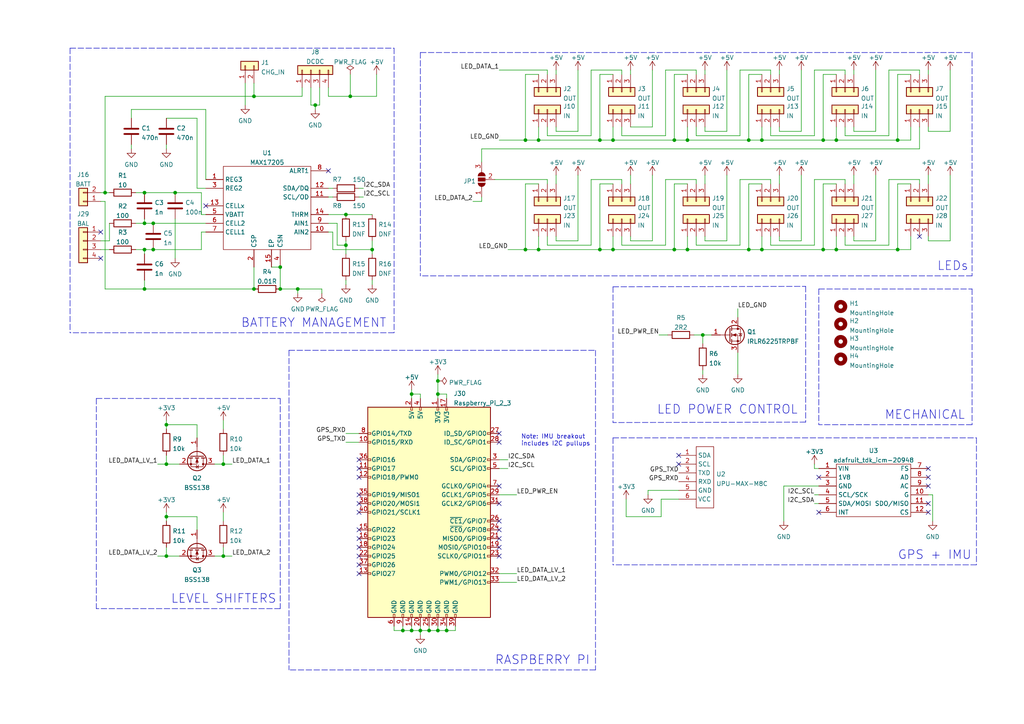
<source format=kicad_sch>
(kicad_sch (version 20211123) (generator eeschema)
  (paper "A4")
  (title_block (title "Isopod distro") (company "David Turner"))
  (lib_symbols
    (symbol "Connector:Raspberry_Pi_2_3" (pin_names (offset 1.016))
      (property "Reference" "J" (at -17.78 31.75 0))
      (property "Value" "Raspberry_Pi_2_3" (at 10.16 -31.75 0))
      (symbol "Raspberry_Pi_2_3_1_1"
        (pin power_in line (at 2.54 33.02 270) (length 2.54) (name "3V3") (number "1"))
        (pin bidirectional line (at -20.32 20.32 0) (length 2.54) (name "GPIO15/RXD") (number "10"))
        (pin bidirectional line (at -20.32 12.7 0) (length 2.54) (name "GPIO17") (number "11"))
        (pin bidirectional line (at -20.32 10.16 0) (length 2.54) (name "GPIO18/PWM0") (number "12"))
        (pin bidirectional line (at -20.32 -17.78 0) (length 2.54) (name "GPIO27") (number "13"))
        (pin power_in line (at -5.08 -33.02 90) (length 2.54) (name "GND") (number "14"))
        (pin bidirectional line (at -20.32 -5.08 0) (length 2.54) (name "GPIO22") (number "15"))
        (pin bidirectional line (at -20.32 -7.62 0) (length 2.54) (name "GPIO23") (number "16"))
        (pin power_in line (at 5.08 33.02 270) (length 2.54) (name "3V3") (number "17"))
        (pin bidirectional line (at -20.32 -10.16 0) (length 2.54) (name "GPIO24") (number "18"))
        (pin bidirectional line (at 20.32 -10.16 180) (length 2.54) (name "MOSI0/GPIO10") (number "19"))
        (pin power_in line (at -5.08 33.02 270) (length 2.54) (name "5V") (number "2"))
        (pin power_in line (at -2.54 -33.02 90) (length 2.54) (name "GND") (number "20"))
        (pin bidirectional line (at 20.32 -7.62 180) (length 2.54) (name "MISO0/GPIO9") (number "21"))
        (pin bidirectional line (at -20.32 -12.7 0) (length 2.54) (name "GPIO25") (number "22"))
        (pin bidirectional line (at 20.32 -12.7 180) (length 2.54) (name "SCLK0/GPIO11") (number "23"))
        (pin bidirectional line (at 20.32 -5.08 180) (length 2.54) (name "~{CE0}/GPIO8") (number "24"))
        (pin power_in line (at 0 -33.02 90) (length 2.54) (name "GND") (number "25"))
        (pin bidirectional line (at 20.32 -2.54 180) (length 2.54) (name "~{CE1}/GPIO7") (number "26"))
        (pin bidirectional line (at 20.32 22.86 180) (length 2.54) (name "ID_SD/GPIO0") (number "27"))
        (pin bidirectional line (at 20.32 20.32 180) (length 2.54) (name "ID_SC/GPIO1") (number "28"))
        (pin bidirectional line (at 20.32 5.08 180) (length 2.54) (name "GCLK1/GPIO5") (number "29"))
        (pin bidirectional line (at 20.32 15.24 180) (length 2.54) (name "SDA/GPIO2") (number "3"))
        (pin power_in line (at 2.54 -33.02 90) (length 2.54) (name "GND") (number "30"))
        (pin bidirectional line (at 20.32 2.54 180) (length 2.54) (name "GCLK2/GPIO6") (number "31"))
        (pin bidirectional line (at 20.32 -17.78 180) (length 2.54) (name "PWM0/GPIO12") (number "32"))
        (pin bidirectional line (at 20.32 -20.32 180) (length 2.54) (name "PWM1/GPIO13") (number "33"))
        (pin power_in line (at 5.08 -33.02 90) (length 2.54) (name "GND") (number "34"))
        (pin bidirectional line (at -20.32 5.08 0) (length 2.54) (name "GPIO19/MISO1") (number "35"))
        (pin bidirectional line (at -20.32 15.24 0) (length 2.54) (name "GPIO16") (number "36"))
        (pin bidirectional line (at -20.32 -15.24 0) (length 2.54) (name "GPIO26") (number "37"))
        (pin bidirectional line (at -20.32 2.54 0) (length 2.54) (name "GPIO20/MOSI1") (number "38"))
        (pin power_in line (at 7.62 -33.02 90) (length 2.54) (name "GND") (number "39"))
        (pin power_in line (at -2.54 33.02 270) (length 2.54) (name "5V") (number "4"))
        (pin bidirectional line (at -20.32 0 0) (length 2.54) (name "GPIO21/SCLK1") (number "40"))
        (pin bidirectional line (at 20.32 12.7 180) (length 2.54) (name "SCL/GPIO3") (number "5"))
        (pin power_in line (at -10.16 -33.02 90) (length 2.54) (name "GND") (number "6"))
        (pin bidirectional line (at 20.32 7.62 180) (length 2.54) (name "GCLK0/GPIO4") (number "7"))
        (pin bidirectional line (at -20.32 22.86 0) (length 2.54) (name "GPIO14/TXD") (number "8"))
        (pin power_in line (at -7.62 -33.02 90) (length 2.54) (name "GND") (number "9"))
      )
    )
    (symbol "Connector_Generic:Conn_01x02" (pin_names (offset 1.016) hide)
      (property "Reference" "J" (at 0 2.54 0))
      (property "Value" "Conn_01x02" (at 0 -5.08 0))
      (symbol "Conn_01x02_1_1"
        (pin passive line (at -5.08 0 0) (length 3.81) (name "Pin_1") (number "1"))
        (pin passive line (at -5.08 -2.54 0) (length 3.81) (name "Pin_2") (number "2"))
      )
    )
    (symbol "Connector_Generic:Conn_01x03" (pin_names (offset 1.016) hide)
      (property "Reference" "J" (at 0 5.08 0))
      (property "Value" "Conn_01x03" (at 0 -5.08 0))
      (symbol "Conn_01x03_1_1"
        (pin passive line (at -5.08 2.54 0) (length 3.81) (name "Pin_1") (number "1"))
        (pin passive line (at -5.08 0 0) (length 3.81) (name "Pin_2") (number "2"))
        (pin passive line (at -5.08 -2.54 0) (length 3.81) (name "Pin_3") (number "3"))
      )
    )
    (symbol "Connector_Generic:Conn_01x04" (pin_names (offset 1.016) hide)
      (property "Reference" "J" (at 0 5.08 0))
      (property "Value" "Conn_01x04" (at 0 -7.62 0))
      (symbol "Conn_01x04_1_1"
        (pin passive line (at -5.08 2.54 0) (length 3.81) (name "Pin_1") (number "1"))
        (pin passive line (at -5.08 0 0) (length 3.81) (name "Pin_2") (number "2"))
        (pin passive line (at -5.08 -2.54 0) (length 3.81) (name "Pin_3") (number "3"))
        (pin passive line (at -5.08 -5.08 0) (length 3.81) (name "Pin_4") (number "4"))
      )
    )
    (symbol "Device:C" (pin_numbers hide) (pin_names (offset 0.254))
      (property "Reference" "C" (at 0.635 2.54 0))
      (property "Value" "C" (at 0.635 -2.54 0))
      (symbol "C_1_1"
        (pin passive line (at 0 3.81 270) (length 2.794) (name "~") (number "1"))
        (pin passive line (at 0 -3.81 90) (length 2.794) (name "~") (number "2"))
      )
    )
    (symbol "Device:Q_NMOS_GDS" (pin_names (offset 0) hide)
      (property "Reference" "Q" (at 5.08 1.27 0))
      (property "Value" "Q_NMOS_GDS" (at 5.08 -1.27 0))
      (symbol "Q_NMOS_GDS_1_1"
        (pin input line (at -5.08 0 0) (length 2.54) (name "G") (number "1"))
        (pin passive line (at 2.54 5.08 270) (length 2.54) (name "D") (number "2"))
        (pin passive line (at 2.54 -5.08 90) (length 2.54) (name "S") (number "3"))
      )
    )
    (symbol "Device:R" (pin_numbers hide) (pin_names (offset 0))
      (property "Reference" "R" (at 2.032 0 90))
      (property "Value" "R" (at 0 0 90))
      (symbol "R_1_1"
        (pin passive line (at 0 3.81 270) (length 1.27) (name "~") (number "1"))
        (pin passive line (at 0 -3.81 90) (length 1.27) (name "~") (number "2"))
      )
    )
    (symbol "Jumper:SolderJumper_3_Open" (pin_names (offset 0) hide)
      (property "Reference" "JP" (at -2.54 -2.54 0))
      (property "Value" "SolderJumper_3_Open" (at 0 2.794 0))
      (symbol "SolderJumper_3_Open_1_1"
        (pin passive line (at -5.08 0 0) (length 2.54) (name "A") (number "1"))
        (pin input line (at 0 -3.81 90) (length 2.54) (name "C") (number "2"))
        (pin passive line (at 5.08 0 180) (length 2.54) (name "B") (number "3"))
      )
    )
    (symbol "MAX17205:MAX17205"
      (property "Reference" "U" (at 5.08 -10.16 90))
      (property "Value" "MAX17205" (at 2.54 -10.16 90))
      (symbol "MAX17205_1_1"
        (pin power_out line (at -12.7 -3.81 0) (length 5.08) (name "REG3") (number "1"))
        (pin input line (at 22.86 -19.05 180) (length 5.08) (name "AIN2") (number "10"))
        (pin bidirectional line (at 22.86 -8.89 180) (length 5.08) (name "SCL/OD") (number "11"))
        (pin bidirectional line (at 22.86 -6.35 180) (length 5.08) (name "SDA/DQ") (number "12"))
        (pin passive line (at -12.7 -11.43 0) (length 5.08) (name "CELLx") (number "13"))
        (pin input line (at 22.86 -13.97 180) (length 5.08) (name "THRM") (number "14"))
        (pin passive line (at 6.35 -29.21 90) (length 5.08) (name "EP") (number "15"))
        (pin input line (at 1.27 -29.21 90) (length 5.08) (name "CSP") (number "2"))
        (pin power_out line (at -12.7 -6.35 0) (length 5.08) (name "REG2") (number "3"))
        (pin input line (at 8.89 -29.21 90) (length 5.08) (name "CSN") (number "4"))
        (pin passive line (at -12.7 -13.97 0) (length 5.08) (name "VBATT") (number "5"))
        (pin passive line (at -12.7 -16.51 0) (length 5.08) (name "CELL2") (number "6"))
        (pin passive line (at -12.7 -19.05 0) (length 5.08) (name "CELL1") (number "7"))
        (pin output line (at 22.86 -1.27 180) (length 5.08) (name "ALRT1") (number "8"))
        (pin input line (at 22.86 -16.51 180) (length 5.08) (name "AIN1") (number "9"))
      )
    )
    (symbol "Mechanical:MountingHole" (pin_names (offset 1.016))
      (property "Reference" "H" (at 0 5.08 0))
      (property "Value" "MountingHole" (at 0 3.175 0))
    )
    (symbol "Transistor_FET:BSS138" (pin_names hide)
      (property "Reference" "Q" (at 5.08 1.905 0))
      (property "Value" "BSS138" (at 5.08 0 0))
      (symbol "BSS138_1_1"
        (pin input line (at -5.08 0 0) (length 2.54) (name "G") (number "1"))
        (pin passive line (at 2.54 -5.08 90) (length 2.54) (name "S") (number "2"))
        (pin passive line (at 2.54 5.08 270) (length 2.54) (name "D") (number "3"))
      )
    )
    (symbol "UPU-MAX-M8C:UPU-MAX-M8C"
      (property "Reference" "U" (at 0 0 0))
      (property "Value" "UPU-MAX-M8C" (at 2.54 -20.32 0))
      (symbol "UPU-MAX-M8C_1_1"
        (pin bidirectional line (at -5.08 -3.81 0) (length 5.08) (name "SDA") (number "1"))
        (pin bidirectional line (at -5.08 -6.35 0) (length 5.08) (name "SCL") (number "2"))
        (pin output line (at -5.08 -8.89 0) (length 5.08) (name "TXD") (number "3"))
        (pin input line (at -5.08 -11.43 0) (length 5.08) (name "RXD") (number "4"))
        (pin power_in line (at -5.08 -13.97 0) (length 5.08) (name "GND") (number "5"))
        (pin power_in line (at -5.08 -16.51 0) (length 5.08) (name "VCC") (number "6"))
      )
    )
    (symbol "adafruit_tdk_icm-20948:adafruit_tdk_icm-20948"
      (property "Reference" "U" (at 10.16 -1.27 0))
      (property "Value" "adafruit_tdk_icm-20948" (at 8.89 -19.05 0))
      (symbol "adafruit_tdk_icm-20948_1_1"
        (pin power_in line (at -6.35 -3.81 0) (length 5.08) (name "VIN") (number "1"))
        (pin power_in line (at 25.4 -11.43 180) (length 5.08) (name "G") (number "10"))
        (pin output line (at 25.4 -13.97 180) (length 5.08) (name "SDO/MISO") (number "11"))
        (pin input line (at 25.4 -16.51 180) (length 5.08) (name "CS") (number "12"))
        (pin power_out line (at -6.35 -6.35 0) (length 5.08) (name "1V8") (number "2"))
        (pin power_in line (at -6.35 -8.89 0) (length 5.08) (name "GND") (number "3"))
        (pin bidirectional line (at -6.35 -11.43 0) (length 5.08) (name "SCL/SCK") (number "4"))
        (pin bidirectional line (at -6.35 -13.97 0) (length 5.08) (name "SDA/MOSI") (number "5"))
        (pin output line (at -6.35 -16.51 0) (length 5.08) (name "INT") (number "6"))
        (pin unspecified line (at 25.4 -3.81 180) (length 5.08) (name "FS") (number "7"))
        (pin bidirectional line (at 25.4 -6.35 180) (length 5.08) (name "AD") (number "8"))
        (pin bidirectional line (at 25.4 -8.89 180) (length 5.08) (name "AC") (number "9"))
      )
    )
    (symbol "power:+3V3" (power) (pin_names (offset 0))
      (property "Value" "+3V3" (at 0 3.556 0))
      (symbol "+3V3_1_1"
        (pin power_in line (at 0 0 90) (length 0) hide (name "+3V3") (number "1"))
      )
    )
    (symbol "power:+5V" (power) (pin_names (offset 0))
      (property "Value" "+5V" (at 0 3.556 0))
      (symbol "+5V_1_1"
        (pin power_in line (at 0 0 90) (length 0) hide (name "+5V") (number "1"))
      )
    )
    (symbol "power:GND" (power) (pin_names (offset 0))
      (property "Value" "GND" (at 0 -3.81 0))
      (symbol "GND_1_1"
        (pin power_in line (at 0 0 270) (length 0) hide (name "GND") (number "1"))
      )
    )
    (symbol "power:PWR_FLAG" (power) (pin_numbers hide) (pin_names (offset 0) hide)
      (property "Value" "PWR_FLAG" (at 0 3.81 0))
      (symbol "PWR_FLAG_0_0"
        (pin power_out line (at 0 0 90) (length 0) (name "pwr") (number "1"))
      )
    )
  )
  (junction (at 260.35 40.64))
  (junction (at 44.45 64.77))
  (junction (at 44.45 72.39))
  (junction (at 101.6 27.94))
  (junction (at 100.33 62.23))
  (junction (at 152.4 40.64))
  (junction (at 173.99 72.39))
  (junction (at 242.57 72.39))
  (junction (at 220.98 40.64))
  (junction (at 260.35 72.39))
  (junction (at 41.91 55.88))
  (junction (at 30.48 55.88))
  (junction (at 238.76 72.39))
  (junction (at 217.17 40.64))
  (junction (at 127 110.49))
  (junction (at 73.66 27.94))
  (junction (at 238.76 40.64))
  (junction (at 116.84 182.88))
  (junction (at 156.21 72.39))
  (junction (at 81.28 83.82))
  (junction (at 177.8 72.39))
  (junction (at 199.39 40.64))
  (junction (at 107.95 72.39))
  (junction (at 177.8 40.64))
  (junction (at 86.36 83.82))
  (junction (at 48.26 161.29))
  (junction (at 73.66 83.82))
  (junction (at 41.91 64.77))
  (junction (at 48.26 149.86))
  (junction (at 41.91 72.39))
  (junction (at 64.77 161.29))
  (junction (at 220.98 72.39))
  (junction (at 124.46 182.88))
  (junction (at 100.33 71.12))
  (junction (at 127 182.88))
  (junction (at 48.26 134.62))
  (junction (at 195.58 72.39))
  (junction (at 121.92 182.88))
  (junction (at 41.91 83.82))
  (junction (at 127 114.3))
  (junction (at 195.58 40.64))
  (junction (at 119.38 182.88))
  (junction (at 119.38 114.3))
  (junction (at 156.21 40.64))
  (junction (at 173.99 40.64))
  (junction (at 199.39 72.39))
  (junction (at 203.835 97.155))
  (junction (at 48.26 123.19))
  (junction (at 217.17 72.39))
  (junction (at 50.8 55.88))
  (junction (at 64.77 134.62))
  (junction (at 129.54 182.88))
  (junction (at 81.28 77.47))
  (junction (at 242.57 40.64))
  (junction (at 91.44 30.48))
  (junction (at 152.4 72.39))
  (no_connect (at 104.14 153.67))
  (no_connect (at 104.14 156.21))
  (no_connect (at 104.14 158.75))
  (no_connect (at 104.14 161.29))
  (no_connect (at 104.14 163.83))
  (no_connect (at 104.14 166.37))
  (no_connect (at 104.14 133.35))
  (no_connect (at 104.14 135.89))
  (no_connect (at 104.14 138.43))
  (no_connect (at 104.14 143.51))
  (no_connect (at 104.14 146.05))
  (no_connect (at 104.14 148.59))
  (no_connect (at 144.78 151.13))
  (no_connect (at 144.78 146.05))
  (no_connect (at 144.78 140.97))
  (no_connect (at 144.78 125.73))
  (no_connect (at 144.78 128.27))
  (no_connect (at 266.7 68.58))
  (no_connect (at 144.78 153.67))
  (no_connect (at 144.78 156.21))
  (no_connect (at 144.78 158.75))
  (no_connect (at 144.78 161.29))
  (no_connect (at 29.21 74.93))
  (no_connect (at 196.85 132.08))
  (no_connect (at 196.85 134.62))
  (no_connect (at 95.25 49.53))
  (no_connect (at 29.21 67.31))
  (no_connect (at 59.69 59.69))
  (no_connect (at 237.49 138.43))
  (no_connect (at 269.24 135.89))
  (no_connect (at 237.49 148.59))
  (no_connect (at 269.24 148.59))
  (no_connect (at 269.24 146.05))
  (no_connect (at 269.24 140.97))
  (no_connect (at 269.24 138.43))
  (wire (pts (xy 156.21 21.59) (xy 152.4 21.59)))
  (wire (pts (xy 100.33 62.23) (xy 107.95 62.23)))
  (wire (pts (xy 48.26 149.86) (xy 48.26 151.13)))
  (wire (pts (xy 73.66 24.13) (xy 73.66 27.94)))
  (wire (pts (xy 127 114.3) (xy 127 115.57)))
  (wire (pts (xy 156.21 40.64) (xy 173.99 40.64)))
  (wire (pts (xy 195.58 21.59) (xy 195.58 40.64)))
  (wire (pts (xy 226.06 69.85) (xy 226.06 68.58)))
  (wire (pts (xy 95.25 57.15) (xy 96.52 57.15)))
  (wire (pts (xy 204.47 38.1) (xy 210.82 38.1)))
  (wire (pts (xy 171.45 52.07) (xy 180.34 52.07)))
  (wire (pts (xy 57.15 34.29) (xy 57.15 54.61)))
  (wire (pts (xy 214.63 52.07) (xy 223.52 52.07)))
  (wire (pts (xy 95.25 62.23) (xy 100.33 62.23)))
  (polyline (pts (xy 27.94 115.57) (xy 81.28 115.57)))
  (wire (pts (xy 95.25 27.94) (xy 101.6 27.94)))
  (wire (pts (xy 201.93 71.12) (xy 214.63 71.12)))
  (wire (pts (xy 204.47 50.8) (xy 204.47 53.34)))
  (wire (pts (xy 177.8 72.39) (xy 195.58 72.39)))
  (wire (pts (xy 245.11 36.83) (xy 245.11 39.37)))
  (wire (pts (xy 104.14 54.61) (xy 105.41 54.61)))
  (wire (pts (xy 180.34 36.83) (xy 180.34 39.37)))
  (wire (pts (xy 191.77 149.86) (xy 181.61 149.86)))
  (wire (pts (xy 64.77 161.29) (xy 64.77 158.75)))
  (wire (pts (xy 58.42 55.88) (xy 58.42 62.23)))
  (wire (pts (xy 257.81 20.32) (xy 266.7 20.32)))
  (wire (pts (xy 275.59 50.8) (xy 275.59 69.85)))
  (wire (pts (xy 39.37 64.77) (xy 41.91 64.77)))
  (wire (pts (xy 119.38 181.61) (xy 119.38 182.88)))
  (wire (pts (xy 191.135 97.155) (xy 193.675 97.155)))
  (wire (pts (xy 167.64 50.8) (xy 167.64 69.85)))
  (wire (pts (xy 144.78 166.37) (xy 149.86 166.37)))
  (wire (pts (xy 203.835 107.315) (xy 203.835 108.585)))
  (wire (pts (xy 266.7 52.07) (xy 266.7 53.34)))
  (wire (pts (xy 48.26 148.59) (xy 48.26 149.86)))
  (polyline (pts (xy 283.21 163.83) (xy 177.8 163.83)))
  (wire (pts (xy 220.98 72.39) (xy 238.76 72.39)))
  (wire (pts (xy 30.48 58.42) (xy 30.48 83.82)))
  (wire (pts (xy 41.91 72.39) (xy 44.45 72.39)))
  (wire (pts (xy 269.24 36.83) (xy 269.24 38.1)))
  (polyline (pts (xy 27.94 115.57) (xy 27.94 176.53)))
  (wire (pts (xy 189.23 50.8) (xy 189.23 69.85)))
  (wire (pts (xy 193.04 52.07) (xy 201.93 52.07)))
  (wire (pts (xy 226.06 69.85) (xy 232.41 69.85)))
  (wire (pts (xy 59.69 31.75) (xy 59.69 52.07)))
  (wire (pts (xy 48.26 123.19) (xy 48.26 124.46)))
  (wire (pts (xy 242.57 53.34) (xy 238.76 53.34)))
  (wire (pts (xy 107.95 72.39) (xy 107.95 73.66)))
  (wire (pts (xy 86.36 83.82) (xy 86.36 85.09)))
  (wire (pts (xy 81.28 77.47) (xy 81.28 83.82)))
  (wire (pts (xy 48.26 161.29) (xy 48.26 158.75)))
  (wire (pts (xy 180.34 39.37) (xy 193.04 39.37)))
  (wire (pts (xy 223.52 36.83) (xy 223.52 39.37)))
  (wire (pts (xy 245.11 20.32) (xy 245.11 21.59)))
  (wire (pts (xy 48.26 149.86) (xy 57.15 149.86)))
  (wire (pts (xy 161.29 38.1) (xy 167.64 38.1)))
  (wire (pts (xy 100.33 71.12) (xy 100.33 73.66)))
  (wire (pts (xy 96.52 72.39) (xy 107.95 72.39)))
  (polyline (pts (xy 172.72 101.6) (xy 172.72 194.31)))
  (wire (pts (xy 269.24 38.1) (xy 275.59 38.1)))
  (wire (pts (xy 114.3 181.61) (xy 114.3 182.88)))
  (polyline (pts (xy 20.32 13.97) (xy 20.32 96.52)))
  (wire (pts (xy 245.11 71.12) (xy 257.81 71.12)))
  (wire (pts (xy 238.76 53.34) (xy 238.76 72.39)))
  (wire (pts (xy 199.39 36.83) (xy 199.39 40.64)))
  (wire (pts (xy 139.7 43.18) (xy 266.7 43.18)))
  (wire (pts (xy 156.21 68.58) (xy 156.21 72.39)))
  (wire (pts (xy 156.21 53.34) (xy 152.4 53.34)))
  (wire (pts (xy 156.21 36.83) (xy 156.21 40.64)))
  (wire (pts (xy 107.95 69.85) (xy 107.95 72.39)))
  (wire (pts (xy 264.16 68.58) (xy 264.16 72.39)))
  (wire (pts (xy 232.41 50.8) (xy 232.41 69.85)))
  (wire (pts (xy 247.65 20.32) (xy 247.65 21.59)))
  (wire (pts (xy 236.22 20.32) (xy 236.22 39.37)))
  (wire (pts (xy 161.29 50.8) (xy 161.29 53.34)))
  (polyline (pts (xy 281.94 123.19) (xy 237.49 123.19)))
  (wire (pts (xy 269.24 50.8) (xy 269.24 53.34)))
  (wire (pts (xy 232.41 20.32) (xy 232.41 38.1)))
  (wire (pts (xy 203.835 97.155) (xy 203.835 99.695)))
  (wire (pts (xy 90.17 30.48) (xy 91.44 30.48)))
  (wire (pts (xy 38.1 34.29) (xy 38.1 31.75)))
  (wire (pts (xy 217.17 21.59) (xy 220.98 21.59)))
  (wire (pts (xy 269.24 69.85) (xy 269.24 68.58)))
  (wire (pts (xy 121.92 182.88) (xy 121.92 184.15)))
  (wire (pts (xy 144.78 40.64) (xy 152.4 40.64)))
  (wire (pts (xy 266.7 20.32) (xy 266.7 21.59)))
  (wire (pts (xy 223.52 39.37) (xy 236.22 39.37)))
  (wire (pts (xy 152.4 53.34) (xy 152.4 72.39)))
  (wire (pts (xy 109.22 27.94) (xy 109.22 21.59)))
  (wire (pts (xy 38.1 41.91) (xy 38.1 43.18)))
  (wire (pts (xy 41.91 63.5) (xy 41.91 64.77)))
  (wire (pts (xy 95.25 64.77) (xy 97.79 64.77)))
  (wire (pts (xy 182.88 36.83) (xy 189.23 36.83)))
  (wire (pts (xy 260.35 72.39) (xy 264.16 72.39)))
  (wire (pts (xy 177.8 36.83) (xy 177.8 40.64)))
  (wire (pts (xy 152.4 21.59) (xy 152.4 40.64)))
  (wire (pts (xy 257.81 52.07) (xy 257.81 71.12)))
  (wire (pts (xy 48.26 121.92) (xy 48.26 123.19)))
  (wire (pts (xy 242.57 72.39) (xy 260.35 72.39)))
  (wire (pts (xy 127 108.585) (xy 127 110.49)))
  (wire (pts (xy 213.995 89.535) (xy 213.995 92.075)))
  (wire (pts (xy 275.59 20.32) (xy 275.59 38.1)))
  (wire (pts (xy 220.98 40.64) (xy 238.76 40.64)))
  (wire (pts (xy 193.04 20.32) (xy 201.93 20.32)))
  (wire (pts (xy 119.38 182.88) (xy 121.92 182.88)))
  (wire (pts (xy 48.26 41.91) (xy 48.26 43.18)))
  (wire (pts (xy 156.21 72.39) (xy 173.99 72.39)))
  (wire (pts (xy 71.12 30.48) (xy 71.12 24.13)))
  (wire (pts (xy 39.37 72.39) (xy 41.91 72.39)))
  (wire (pts (xy 238.76 21.59) (xy 238.76 40.64)))
  (wire (pts (xy 144.78 143.51) (xy 149.86 143.51)))
  (wire (pts (xy 254 20.32) (xy 254 38.1)))
  (wire (pts (xy 195.58 72.39) (xy 199.39 72.39)))
  (wire (pts (xy 101.6 21.59) (xy 101.6 27.94)))
  (wire (pts (xy 158.75 36.83) (xy 158.75 39.37)))
  (polyline (pts (xy 177.8 127) (xy 283.21 127)))
  (wire (pts (xy 48.26 134.62) (xy 52.07 134.62)))
  (wire (pts (xy 236.22 134.62) (xy 236.22 135.89)))
  (wire (pts (xy 187.96 142.24) (xy 187.96 143.51)))
  (wire (pts (xy 30.48 55.88) (xy 31.75 55.88)))
  (polyline (pts (xy 81.28 115.57) (xy 81.28 176.53)))
  (polyline (pts (xy 83.82 101.6) (xy 83.82 194.31)))
  (wire (pts (xy 204.47 69.85) (xy 210.82 69.85)))
  (wire (pts (xy 100.33 128.27) (xy 104.14 128.27)))
  (wire (pts (xy 204.47 69.85) (xy 204.47 68.58)))
  (wire (pts (xy 121.92 114.3) (xy 121.92 115.57)))
  (wire (pts (xy 236.22 143.51) (xy 237.49 143.51)))
  (wire (pts (xy 236.22 52.07) (xy 245.11 52.07)))
  (wire (pts (xy 196.85 144.78) (xy 191.77 144.78)))
  (wire (pts (xy 152.4 72.39) (xy 156.21 72.39)))
  (polyline (pts (xy 237.49 83.82) (xy 281.94 83.82)))
  (wire (pts (xy 41.91 73.66) (xy 41.91 72.39)))
  (wire (pts (xy 124.46 182.88) (xy 121.92 182.88)))
  (wire (pts (xy 95.25 54.61) (xy 96.52 54.61)))
  (wire (pts (xy 223.52 71.12) (xy 236.22 71.12)))
  (wire (pts (xy 31.75 69.85) (xy 31.75 64.77)))
  (wire (pts (xy 260.35 40.64) (xy 264.16 40.64)))
  (wire (pts (xy 104.14 57.15) (xy 105.41 57.15)))
  (wire (pts (xy 220.98 53.34) (xy 217.17 53.34)))
  (wire (pts (xy 101.6 27.94) (xy 109.22 27.94)))
  (wire (pts (xy 270.51 143.51) (xy 270.51 151.13)))
  (wire (pts (xy 210.82 50.8) (xy 210.82 69.85)))
  (wire (pts (xy 29.21 58.42) (xy 30.48 58.42)))
  (wire (pts (xy 161.29 20.32) (xy 161.29 21.59)))
  (wire (pts (xy 269.24 143.51) (xy 270.51 143.51)))
  (wire (pts (xy 210.82 20.32) (xy 210.82 38.1)))
  (polyline (pts (xy 281.94 83.82) (xy 281.94 123.19)))
  (wire (pts (xy 30.48 27.94) (xy 73.66 27.94)))
  (wire (pts (xy 181.61 144.78) (xy 181.61 149.86)))
  (wire (pts (xy 124.46 181.61) (xy 124.46 182.88)))
  (wire (pts (xy 238.76 40.64) (xy 242.57 40.64)))
  (wire (pts (xy 236.22 135.89) (xy 237.49 135.89)))
  (wire (pts (xy 143.51 52.07) (xy 158.75 52.07)))
  (wire (pts (xy 57.15 149.86) (xy 57.15 153.67)))
  (wire (pts (xy 180.34 20.32) (xy 180.34 21.59)))
  (polyline (pts (xy 237.49 83.82) (xy 237.49 123.19)))
  (wire (pts (xy 91.44 30.48) (xy 92.71 30.48)))
  (wire (pts (xy 196.85 142.24) (xy 187.96 142.24)))
  (wire (pts (xy 199.39 40.64) (xy 217.17 40.64)))
  (wire (pts (xy 226.06 36.83) (xy 226.06 38.1)))
  (polyline (pts (xy 233.68 122.428) (xy 177.8 122.555)))
  (wire (pts (xy 50.8 63.5) (xy 50.8 74.93)))
  (wire (pts (xy 269.24 69.85) (xy 275.59 69.85)))
  (wire (pts (xy 87.63 27.94) (xy 87.63 25.4)))
  (wire (pts (xy 223.52 68.58) (xy 223.52 71.12)))
  (wire (pts (xy 171.45 20.32) (xy 180.34 20.32)))
  (wire (pts (xy 121.92 181.61) (xy 121.92 182.88)))
  (wire (pts (xy 29.21 55.88) (xy 30.48 55.88)))
  (polyline (pts (xy 177.8 127) (xy 177.8 163.83)))
  (wire (pts (xy 144.78 168.91) (xy 149.86 168.91)))
  (wire (pts (xy 173.99 72.39) (xy 177.8 72.39)))
  (polyline (pts (xy 283.21 127) (xy 283.21 163.83)))
  (wire (pts (xy 214.63 20.32) (xy 214.63 39.37)))
  (wire (pts (xy 204.47 36.83) (xy 204.47 38.1)))
  (polyline (pts (xy 281.94 15.24) (xy 281.94 80.01)))
  (polyline (pts (xy 114.3 96.52) (xy 20.32 96.52)))
  (wire (pts (xy 144.78 20.32) (xy 158.75 20.32)))
  (wire (pts (xy 161.29 68.58) (xy 161.29 69.85)))
  (wire (pts (xy 144.78 133.35) (xy 147.32 133.35)))
  (wire (pts (xy 171.45 52.07) (xy 171.45 71.12)))
  (wire (pts (xy 214.63 52.07) (xy 214.63 71.12)))
  (wire (pts (xy 201.93 39.37) (xy 214.63 39.37)))
  (wire (pts (xy 81.28 83.82) (xy 86.36 83.82)))
  (wire (pts (xy 199.39 72.39) (xy 217.17 72.39)))
  (wire (pts (xy 158.75 52.07) (xy 158.75 53.34)))
  (wire (pts (xy 247.65 69.85) (xy 247.65 68.58)))
  (wire (pts (xy 214.63 20.32) (xy 223.52 20.32)))
  (wire (pts (xy 213.995 102.235) (xy 213.995 108.585)))
  (polyline (pts (xy 121.92 15.24) (xy 121.92 80.01)))
  (polyline (pts (xy 177.8 83.185) (xy 233.68 83.058)))
  (wire (pts (xy 182.88 69.85) (xy 189.23 69.85)))
  (wire (pts (xy 48.26 134.62) (xy 48.26 132.08)))
  (wire (pts (xy 29.21 72.39) (xy 31.75 72.39)))
  (wire (pts (xy 245.11 68.58) (xy 245.11 71.12)))
  (wire (pts (xy 180.34 71.12) (xy 193.04 71.12)))
  (wire (pts (xy 129.54 182.88) (xy 127 182.88)))
  (wire (pts (xy 199.39 68.58) (xy 199.39 72.39)))
  (wire (pts (xy 45.72 161.29) (xy 48.26 161.29)))
  (wire (pts (xy 247.65 50.8) (xy 247.65 53.34)))
  (wire (pts (xy 44.45 64.77) (xy 59.69 64.77)))
  (polyline (pts (xy 233.68 83.058) (xy 233.68 122.428)))
  (wire (pts (xy 171.45 20.32) (xy 171.45 39.37)))
  (wire (pts (xy 266.7 36.83) (xy 266.7 43.18)))
  (wire (pts (xy 132.08 182.88) (xy 129.54 182.88)))
  (wire (pts (xy 30.48 83.82) (xy 41.91 83.82)))
  (wire (pts (xy 127 114.3) (xy 129.54 114.3)))
  (wire (pts (xy 264.16 36.83) (xy 264.16 40.64)))
  (wire (pts (xy 73.66 27.94) (xy 87.63 27.94)))
  (wire (pts (xy 226.06 20.32) (xy 226.06 21.59)))
  (wire (pts (xy 189.23 20.32) (xy 189.23 36.83)))
  (wire (pts (xy 139.7 58.42) (xy 139.7 57.15)))
  (wire (pts (xy 147.32 72.39) (xy 152.4 72.39)))
  (wire (pts (xy 93.345 83.82) (xy 93.345 85.09)))
  (wire (pts (xy 223.52 52.07) (xy 223.52 53.34)))
  (wire (pts (xy 217.17 40.64) (xy 220.98 40.64)))
  (polyline (pts (xy 20.32 13.97) (xy 114.3 13.97)))
  (wire (pts (xy 116.84 181.61) (xy 116.84 182.88)))
  (wire (pts (xy 180.34 52.07) (xy 180.34 53.34)))
  (wire (pts (xy 264.16 53.34) (xy 260.35 53.34)))
  (wire (pts (xy 158.75 20.32) (xy 158.75 21.59)))
  (wire (pts (xy 220.98 68.58) (xy 220.98 72.39)))
  (wire (pts (xy 199.39 53.34) (xy 195.58 53.34)))
  (wire (pts (xy 260.35 21.59) (xy 260.35 40.64)))
  (wire (pts (xy 217.17 21.59) (xy 217.17 40.64)))
  (wire (pts (xy 116.84 182.88) (xy 119.38 182.88)))
  (wire (pts (xy 97.79 64.77) (xy 97.79 71.12)))
  (polyline (pts (xy 177.8 83.185) (xy 177.8 122.555)))
  (wire (pts (xy 227.33 140.97) (xy 227.33 151.13)))
  (wire (pts (xy 236.22 146.05) (xy 237.49 146.05)))
  (wire (pts (xy 137.16 58.42) (xy 139.7 58.42)))
  (wire (pts (xy 254 50.8) (xy 254 69.85)))
  (wire (pts (xy 257.81 20.32) (xy 257.81 39.37)))
  (wire (pts (xy 107.95 81.28) (xy 107.95 82.55)))
  (wire (pts (xy 242.57 40.64) (xy 260.35 40.64)))
  (wire (pts (xy 201.295 97.155) (xy 203.835 97.155)))
  (wire (pts (xy 119.38 114.3) (xy 121.92 114.3)))
  (wire (pts (xy 247.65 69.85) (xy 254 69.85)))
  (wire (pts (xy 167.64 20.32) (xy 167.64 38.1)))
  (wire (pts (xy 161.29 69.85) (xy 167.64 69.85)))
  (wire (pts (xy 41.91 83.82) (xy 73.66 83.82)))
  (wire (pts (xy 226.06 50.8) (xy 226.06 53.34)))
  (wire (pts (xy 182.88 69.85) (xy 182.88 68.58)))
  (wire (pts (xy 62.23 161.29) (xy 64.77 161.29)))
  (wire (pts (xy 39.37 55.88) (xy 41.91 55.88)))
  (wire (pts (xy 217.17 72.39) (xy 220.98 72.39)))
  (wire (pts (xy 177.8 21.59) (xy 173.99 21.59)))
  (wire (pts (xy 100.33 81.28) (xy 100.33 82.55)))
  (polyline (pts (xy 83.82 101.6) (xy 172.72 101.6)))
  (wire (pts (xy 245.11 52.07) (xy 245.11 53.34)))
  (polyline (pts (xy 114.3 13.97) (xy 114.3 96.52)))
  (wire (pts (xy 41.91 55.88) (xy 50.8 55.88)))
  (wire (pts (xy 91.44 30.48) (xy 91.44 31.75)))
  (wire (pts (xy 182.88 20.32) (xy 182.88 21.59)))
  (wire (pts (xy 238.76 72.39) (xy 242.57 72.39)))
  (wire (pts (xy 127 110.49) (xy 127 114.3)))
  (wire (pts (xy 247.65 38.1) (xy 254 38.1)))
  (wire (pts (xy 92.71 30.48) (xy 92.71 25.4)))
  (wire (pts (xy 173.99 40.64) (xy 177.8 40.64)))
  (wire (pts (xy 242.57 36.83) (xy 242.57 40.64)))
  (wire (pts (xy 57.15 123.19) (xy 57.15 127)))
  (wire (pts (xy 173.99 21.59) (xy 173.99 40.64)))
  (wire (pts (xy 193.04 20.32) (xy 193.04 39.37)))
  (wire (pts (xy 195.58 21.59) (xy 199.39 21.59)))
  (wire (pts (xy 127 182.88) (xy 124.46 182.88)))
  (wire (pts (xy 237.49 140.97) (xy 227.33 140.97)))
  (wire (pts (xy 238.76 21.59) (xy 242.57 21.59)))
  (wire (pts (xy 96.52 67.31) (xy 96.52 72.39)))
  (wire (pts (xy 78.74 77.47) (xy 81.28 77.47)))
  (wire (pts (xy 41.91 81.28) (xy 41.91 83.82)))
  (wire (pts (xy 158.75 68.58) (xy 158.75 71.12)))
  (polyline (pts (xy 281.94 80.01) (xy 121.92 80.01)))
  (wire (pts (xy 48.26 34.29) (xy 57.15 34.29)))
  (wire (pts (xy 204.47 20.32) (xy 204.47 21.59)))
  (wire (pts (xy 139.7 46.99) (xy 139.7 43.18)))
  (wire (pts (xy 100.33 125.73) (xy 104.14 125.73)))
  (wire (pts (xy 195.58 53.34) (xy 195.58 72.39)))
  (wire (pts (xy 73.66 77.47) (xy 73.66 83.82)))
  (wire (pts (xy 161.29 36.83) (xy 161.29 38.1)))
  (wire (pts (xy 158.75 71.12) (xy 171.45 71.12)))
  (wire (pts (xy 177.8 68.58) (xy 177.8 72.39)))
  (wire (pts (xy 247.65 36.83) (xy 247.65 38.1)))
  (wire (pts (xy 129.54 181.61) (xy 129.54 182.88)))
  (wire (pts (xy 260.35 21.59) (xy 264.16 21.59)))
  (wire (pts (xy 64.77 121.92) (xy 64.77 124.46)))
  (polyline (pts (xy 121.92 15.24) (xy 281.94 15.24)))
  (wire (pts (xy 64.77 161.29) (xy 67.31 161.29)))
  (wire (pts (xy 57.15 54.61) (xy 59.69 54.61)))
  (wire (pts (xy 100.33 69.85) (xy 100.33 71.12)))
  (wire (pts (xy 245.11 39.37) (xy 257.81 39.37)))
  (wire (pts (xy 158.75 39.37) (xy 171.45 39.37)))
  (wire (pts (xy 173.99 53.34) (xy 173.99 72.39)))
  (wire (pts (xy 257.81 52.07) (xy 266.7 52.07)))
  (wire (pts (xy 269.24 20.32) (xy 269.24 21.59)))
  (wire (pts (xy 95.25 25.4) (xy 95.25 27.94)))
  (wire (pts (xy 132.08 181.61) (xy 132.08 182.88)))
  (wire (pts (xy 236.22 20.32) (xy 245.11 20.32)))
  (wire (pts (xy 62.23 134.62) (xy 64.77 134.62)))
  (wire (pts (xy 50.8 55.88) (xy 58.42 55.88)))
  (wire (pts (xy 48.26 161.29) (xy 52.07 161.29)))
  (wire (pts (xy 195.58 40.64) (xy 199.39 40.64)))
  (wire (pts (xy 58.42 72.39) (xy 58.42 67.31)))
  (wire (pts (xy 119.38 113.03) (xy 119.38 114.3)))
  (wire (pts (xy 114.3 182.88) (xy 116.84 182.88)))
  (wire (pts (xy 206.375 97.155) (xy 203.835 97.155)))
  (wire (pts (xy 144.78 135.89) (xy 147.32 135.89)))
  (wire (pts (xy 48.26 123.19) (xy 57.15 123.19)))
  (wire (pts (xy 95.25 67.31) (xy 96.52 67.31)))
  (wire (pts (xy 177.8 53.34) (xy 173.99 53.34)))
  (wire (pts (xy 242.57 68.58) (xy 242.57 72.39)))
  (wire (pts (xy 201.93 20.32) (xy 201.93 21.59)))
  (wire (pts (xy 223.52 20.32) (xy 223.52 21.59)))
  (wire (pts (xy 64.77 148.59) (xy 64.77 151.13)))
  (wire (pts (xy 226.06 38.1) (xy 232.41 38.1)))
  (wire (pts (xy 191.77 144.78) (xy 191.77 149.86)))
  (wire (pts (xy 38.1 31.75) (xy 59.69 31.75)))
  (wire (pts (xy 119.38 114.3) (xy 119.38 115.57)))
  (wire (pts (xy 236.22 52.07) (xy 236.22 71.12)))
  (wire (pts (xy 201.93 68.58) (xy 201.93 71.12)))
  (wire (pts (xy 193.04 52.07) (xy 193.04 71.12)))
  (wire (pts (xy 201.93 36.83) (xy 201.93 39.37)))
  (wire (pts (xy 29.21 69.85) (xy 31.75 69.85)))
  (wire (pts (xy 44.45 72.39) (xy 58.42 72.39)))
  (wire (pts (xy 97.79 71.12) (xy 100.33 71.12)))
  (wire (pts (xy 64.77 134.62) (xy 67.31 134.62)))
  (wire (pts (xy 129.54 114.3) (xy 129.54 115.57)))
  (wire (pts (xy 220.98 36.83) (xy 220.98 40.64)))
  (wire (pts (xy 45.72 134.62) (xy 48.26 134.62)))
  (wire (pts (xy 177.8 40.64) (xy 195.58 40.64)))
  (wire (pts (xy 260.35 53.34) (xy 260.35 72.39)))
  (wire (pts (xy 58.42 62.23) (xy 59.69 62.23)))
  (wire (pts (xy 152.4 40.64) (xy 156.21 40.64)))
  (wire (pts (xy 41.91 64.77) (xy 44.45 64.77)))
  (wire (pts (xy 86.36 83.82) (xy 93.345 83.82)))
  (wire (pts (xy 217.17 53.34) (xy 217.17 72.39)))
  (wire (pts (xy 64.77 134.62) (xy 64.77 132.08)))
  (wire (pts (xy 30.48 55.88) (xy 30.48 27.94)))
  (wire (pts (xy 127 181.61) (xy 127 182.88)))
  (wire (pts (xy 201.93 52.07) (xy 201.93 53.34)))
  (wire (pts (xy 182.88 50.8) (xy 182.88 53.34)))
  (polyline (pts (xy 81.28 176.53) (xy 27.94 176.53)))
  (wire (pts (xy 58.42 67.31) (xy 59.69 67.31)))
  (wire (pts (xy 180.34 68.58) (xy 180.34 71.12)))
  (wire (pts (xy 90.17 25.4) (xy 90.17 30.48)))
  (polyline (pts (xy 172.72 194.31) (xy 83.82 194.31)))
  (text "LED POWER CONTROL" (at 190.5 120.396 0) (effects (font (size 2.54 2.54)) (justify left bottom)))
  (text "BATTERY MANAGEMENT" (at 69.85 95.25 0) (effects (font (size 2.54 2.54)) (justify left bottom)))
  (text "LEVEL SHIFTERS" (at 49.53 175.26 0) (effects (font (size 2.54 2.54)) (justify left bottom)))
  (text "LEDs" (at 271.78 78.74 0) (effects (font (size 2.54 2.54)) (justify left bottom)))
  (text "MECHANICAL" (at 256.54 121.92 0) (effects (font (size 2.54 2.54)) (justify left bottom)))
  (text "GPS + IMU" (at 260.35 162.56 0) (effects (font (size 2.54 2.54)) (justify left bottom)))
  (text "RASPBERRY PI" (at 143.51 193.04 0) (effects (font (size 2.54 2.54)) (justify left bottom)))
  (text "Note: IMU breakout\nincludes I2C pullups" (at 151.13 129.54 0) (effects (font (size 1.27 1.27)) (justify left bottom)))
  (label "GPS_TXD" (at 100.33 128.27 180))
  (label "LED_PWR_EN" (at 149.86 143.51 0))
  (label "GPS_RXD" (at 100.33 125.73 180))
  (label "LED_DATA_2" (at 67.31 161.29 0))
  (label "I2C_SCL" (at 236.22 143.51 180))
  (label "I2C_SCL" (at 147.32 135.89 0))
  (label "LED_DATA_1" (at 144.78 20.32 180))
  (label "LED_DATA_1" (at 67.31 134.62 0))
  (label "I2C_SDA" (at 147.32 133.35 0))
  (label "LED_DATA_LV_1" (at 149.86 166.37 0))
  (label "LED_DATA_2" (at 137.16 58.42 180))
  (label "I2C_SDA" (at 236.22 146.05 180))
  (label "LED_GND" (at 213.995 89.535 0))
  (label "I2C_SDA" (at 105.41 54.61 0))
  (label "LED_GND" (at 144.78 40.64 180))
  (label "LED_DATA_LV_1" (at 45.72 134.62 180))
  (label "GPS_RXD" (at 196.85 139.7 180))
  (label "LED_DATA_LV_2" (at 45.72 161.29 180))
  (label "GPS_TXD" (at 196.85 137.16 180))
  (label "I2C_SCL" (at 105.41 57.15 0))
  (label "LED_DATA_LV_2" (at 149.86 168.91 0))
  (label "LED_PWR_EN" (at 191.135 97.155 180))
  (label "LED_GND" (at 147.32 72.39 180))
  (symbol (lib_id "Connector_Generic:Conn_01x03") (at 180.34 26.67 90) (mirror x) (unit 1)
    (property "Reference" "J3" (at 184.912 25.7615 90) (effects (justify right)))
    (property "Value" "OUT" (at 184.912 28.5366 90) (effects (justify right)))
    (property "Footprint" "Connector_Molex:Molex_KK-254_AE-6410-03A_1x03_P2.54mm_Vertical" (effects hide))
  )
  (symbol (lib_id "Device:R") (at 35.56 55.88 90) (unit 1)
    (property "Reference" "R1" (at 35.56 50.8975 90))
    (property "Value" "10" (at 35.56 53.6726 90))
    (property "Footprint" "Resistor_SMD:R_0805_2012Metric_Pad1.20x1.40mm_HandSolder" (effects hide))
  )
  (symbol (lib_id "power:+5V") (at 189.23 50.8 0) (unit 1)
    (property "Reference" "#PWR0111" (effects hide))
    (property "Value" "+5V" (at 189.23 47.1955 0))
  )
  (symbol (lib_id "power:GND") (at 121.92 184.15 0) (unit 1)
    (property "Reference" "#PWR034" (effects hide))
    (property "Value" "GND" (at 121.92 188.7125 0))
  )
  (symbol (lib_id "power:+5V") (at 254 20.32 0) (unit 1)
    (property "Reference" "#PWR0105" (effects hide))
    (property "Value" "+5V" (at 254 16.7155 0))
  )
  (symbol (lib_id "Connector:Raspberry_Pi_2_3") (at 124.46 148.59 0) (unit 1)
    (property "Reference" "J30" (at 131.5594 114.1435 0) (effects (justify left)))
    (property "Value" "Raspberry_Pi_2_3" (at 131.5594 116.9186 0) (effects (justify left)))
    (property "Footprint" "Connector_PinHeader_2.54mm:PinHeader_2x20_P2.54mm_Vertical" (effects hide))
    (property "Datasheet" "https://www.raspberrypi.org/documentation/hardware/raspberrypi/schematics/rpi_SCH_3bplus_1p0_reduced.pdf" (effects hide))
  )
  (symbol (lib_id "Device:R") (at 203.835 103.505 0) (unit 1)
    (property "Reference" "R6" (at 205.613 102.5965 0) (effects (justify left)))
    (property "Value" "10k" (at 205.613 105.3716 0) (effects (justify left)))
    (property "Footprint" "Resistor_SMD:R_0603_1608Metric_Pad0.98x0.95mm_HandSolder" (effects hide))
  )
  (symbol (lib_id "Device:R") (at 107.95 77.47 0) (unit 1)
    (property "Reference" "R16" (at 109.728 76.5615 0) (effects (justify left)))
    (property "Value" "DNF" (at 109.728 79.3366 0) (effects (justify left)))
    (property "Footprint" "Resistor_SMD:R_0603_1608Metric_Pad0.98x0.95mm_HandSolder" (effects hide))
  )
  (symbol (lib_id "Transistor_FET:BSS138") (at 57.15 158.75 270) (unit 1)
    (property "Reference" "Q3" (at 57.15 165.3445 90))
    (property "Value" "BSS138" (at 57.15 168.1196 90))
    (property "Footprint" "Package_TO_SOT_SMD:SOT-23" (effects hide))
    (property "Datasheet" "https://www.onsemi.com/pub/Collateral/BSS138-D.PDF" (effects hide))
  )
  (symbol (lib_id "power:GND") (at 71.12 30.48 0) (unit 1)
    (property "Reference" "#PWR0113" (effects hide))
    (property "Value" "GND" (at 71.12 35.0425 0))
  )
  (symbol (lib_id "power:GND") (at 107.95 82.55 0) (unit 1)
    (property "Reference" "#PWR025" (effects hide))
    (property "Value" "GND" (at 107.95 87.1125 0))
  )
  (symbol (lib_id "power:GND") (at 100.33 82.55 0) (unit 1)
    (property "Reference" "#PWR08" (effects hide))
    (property "Value" "GND" (at 100.33 87.1125 0))
  )
  (symbol (lib_id "Connector_Generic:Conn_01x03") (at 266.7 63.5 90) (unit 1)
    (property "Reference" "J28" (at 271.272 62.5915 90) (effects (justify right)))
    (property "Value" "IN" (at 271.272 65.3666 90) (effects (justify right)))
    (property "Footprint" "Connector_Molex:Molex_KK-254_AE-6410-03A_1x03_P2.54mm_Vertical" (effects hide))
  )
  (symbol (lib_id "Device:R") (at 35.56 64.77 90) (unit 1)
    (property "Reference" "R2" (at 35.56 59.7875 90))
    (property "Value" "100" (at 35.56 62.5626 90))
    (property "Footprint" "Resistor_SMD:R_0805_2012Metric_Pad1.20x1.40mm_HandSolder" (effects hide))
  )
  (symbol (lib_id "power:+5V") (at 254 50.8 0) (unit 1)
    (property "Reference" "#PWR0104" (effects hide))
    (property "Value" "+5V" (at 254 47.1955 0))
  )
  (symbol (lib_id "power:+5V") (at 182.88 20.32 0) (unit 1)
    (property "Reference" "#PWR02" (effects hide))
    (property "Value" "+5V" (at 182.88 16.7155 0))
  )
  (symbol (lib_id "power:+5V") (at 232.41 20.32 0) (unit 1)
    (property "Reference" "#PWR0106" (effects hide))
    (property "Value" "+5V" (at 232.41 16.7155 0))
  )
  (symbol (lib_id "power:+5V") (at 167.64 20.32 0) (unit 1)
    (property "Reference" "#PWR0112" (effects hide))
    (property "Value" "+5V" (at 167.64 16.7155 0))
  )
  (symbol (lib_id "power:GND") (at 86.36 85.09 0) (unit 1)
    (property "Reference" "#PWR018" (effects hide))
    (property "Value" "GND" (at 86.36 89.6525 0))
  )
  (symbol (lib_id "Mechanical:MountingHole") (at 243.84 88.9 0) (unit 1)
    (property "Reference" "H1" (at 246.38 87.9915 0) (effects (justify left)))
    (property "Value" "MountingHole" (at 246.38 90.7666 0) (effects (justify left)))
    (property "Footprint" "MountingHole:MountingHole_2.7mm" (effects hide))
  )
  (symbol (lib_id "power:+5V") (at 269.24 20.32 0) (unit 1)
    (property "Reference" "#PWR06" (effects hide))
    (property "Value" "+5V" (at 269.24 16.7155 0))
  )
  (symbol (lib_id "Device:C") (at 38.1 38.1 0) (unit 1)
    (property "Reference" "C1" (at 41.021 37.1915 0) (effects (justify left)))
    (property "Value" "470n" (at 41.021 39.9666 0) (effects (justify left)))
    (property "Footprint" "Capacitor_SMD:C_0603_1608Metric_Pad1.08x0.95mm_HandSolder" (effects hide))
  )
  (symbol (lib_id "Device:R") (at 48.26 154.94 0) (unit 1)
    (property "Reference" "R11" (at 50.038 154.0315 0) (effects (justify left)))
    (property "Value" "10k" (at 50.038 156.8066 0) (effects (justify left)))
    (property "Footprint" "Resistor_SMD:R_0603_1608Metric_Pad0.98x0.95mm_HandSolder" (effects hide))
  )
  (symbol (lib_id "power:+5V") (at 275.59 50.8 0) (unit 1)
    (property "Reference" "#PWR0108" (effects hide))
    (property "Value" "+5V" (at 275.59 47.1955 0))
  )
  (symbol (lib_id "power:GND") (at 227.33 151.13 0) (unit 1)
    (property "Reference" "#PWR032" (effects hide))
    (property "Value" "GND" (at 227.33 155.6925 0))
  )
  (symbol (lib_id "power:+5V") (at 247.65 20.32 0) (unit 1)
    (property "Reference" "#PWR05" (effects hide))
    (property "Value" "+5V" (at 247.65 16.7155 0))
  )
  (symbol (lib_id "Connector_Generic:Conn_01x03") (at 158.75 26.67 90) (mirror x) (unit 1)
    (property "Reference" "J2" (at 163.322 25.7615 90) (effects (justify right)))
    (property "Value" "OUT" (at 163.322 28.5366 90) (effects (justify right)))
    (property "Footprint" "Connector_Molex:Molex_KK-254_AE-6410-03A_1x03_P2.54mm_Vertical" (effects hide))
  )
  (symbol (lib_id "power:+5V") (at 204.47 50.8 0) (unit 1)
    (property "Reference" "#PWR013" (effects hide))
    (property "Value" "+5V" (at 204.47 47.1955 0))
  )
  (symbol (lib_id "Device:C") (at 41.91 77.47 0) (unit 1)
    (property "Reference" "C6" (at 44.831 76.5615 0) (effects (justify left)))
    (property "Value" "1n" (at 44.831 79.3366 0) (effects (justify left)))
    (property "Footprint" "Capacitor_SMD:C_0603_1608Metric_Pad1.08x0.95mm_HandSolder" (effects hide))
  )
  (symbol (lib_id "Connector_Generic:Conn_01x02") (at 24.13 58.42 180) (unit 1)
    (property "Reference" "J16" (at 24.13 50.6435 0))
    (property "Value" "BATT" (at 24.13 53.4186 0))
    (property "Footprint" "Connector_AMASS:AMASS_XT30U-M_1x02_P5.0mm_Vertical" (effects hide))
  )
  (symbol (lib_id "power:+5V") (at 226.06 50.8 0) (unit 1)
    (property "Reference" "#PWR014" (effects hide))
    (property "Value" "+5V" (at 226.06 47.1955 0))
  )
  (symbol (lib_id "Device:R") (at 100.33 77.47 0) (unit 1)
    (property "Reference" "R15" (at 102.108 76.5615 0) (effects (justify left)))
    (property "Value" "DNF" (at 102.108 79.3366 0) (effects (justify left)))
    (property "Footprint" "Resistor_SMD:R_0603_1608Metric_Pad0.98x0.95mm_HandSolder" (effects hide))
  )
  (symbol (lib_id "Device:C") (at 50.8 59.69 0) (unit 1)
    (property "Reference" "C4" (at 53.721 58.7815 0) (effects (justify left)))
    (property "Value" "100n" (at 53.721 61.5566 0) (effects (justify left)))
    (property "Footprint" "Capacitor_SMD:C_0603_1608Metric_Pad1.08x0.95mm_HandSolder" (effects hide))
  )
  (symbol (lib_id "Connector_Generic:Conn_01x03") (at 266.7 31.75 90) (unit 1)
    (property "Reference" "J15" (at 271.272 30.8415 90) (effects (justify right)))
    (property "Value" "IN" (at 271.272 33.6166 90) (effects (justify right)))
    (property "Footprint" "Connector_Molex:Molex_KK-254_AE-6410-03A_1x03_P2.54mm_Vertical" (effects hide))
  )
  (symbol (lib_id "power:+5V") (at 167.64 50.8 0) (unit 1)
    (property "Reference" "#PWR0101" (effects hide))
    (property "Value" "+5V" (at 167.64 47.1955 0))
  )
  (symbol (lib_id "power:GND") (at 213.995 108.585 0) (unit 1)
    (property "Reference" "#PWR020" (effects hide))
    (property "Value" "GND" (at 213.995 113.1475 0))
  )
  (symbol (lib_id "Connector_Generic:Conn_01x03") (at 158.75 58.42 90) (mirror x) (unit 1)
    (property "Reference" "J17" (at 163.322 57.5115 90) (effects (justify right)))
    (property "Value" "OUT" (at 163.322 60.2866 90) (effects (justify right)))
    (property "Footprint" "Connector_Molex:Molex_KK-254_AE-6410-03A_1x03_P2.54mm_Vertical" (effects hide))
  )
  (symbol (lib_id "Connector_Generic:Conn_01x03") (at 245.11 31.75 90) (unit 1)
    (property "Reference" "J14" (at 249.682 30.8415 90) (effects (justify right)))
    (property "Value" "IN" (at 249.682 33.6166 90) (effects (justify right)))
    (property "Footprint" "Connector_Molex:Molex_KK-254_AE-6410-03A_1x03_P2.54mm_Vertical" (effects hide))
  )
  (symbol (lib_id "Device:C") (at 48.26 38.1 0) (unit 1)
    (property "Reference" "C2" (at 51.181 37.1915 0) (effects (justify left)))
    (property "Value" "470n" (at 51.181 39.9666 0) (effects (justify left)))
    (property "Footprint" "Capacitor_SMD:C_0603_1608Metric_Pad1.08x0.95mm_HandSolder" (effects hide))
  )
  (symbol (lib_id "Connector_Generic:Conn_01x03") (at 180.34 63.5 90) (unit 1)
    (property "Reference" "J24" (at 184.912 62.5915 90) (effects (justify right)))
    (property "Value" "IN" (at 184.912 65.3666 90) (effects (justify right)))
    (property "Footprint" "Connector_Molex:Molex_KK-254_AE-6410-03A_1x03_P2.54mm_Vertical" (effects hide))
  )
  (symbol (lib_id "Mechanical:MountingHole") (at 243.84 99.06 0) (unit 1)
    (property "Reference" "H3" (at 246.38 98.1515 0) (effects (justify left)))
    (property "Value" "MountingHole" (at 246.38 100.9266 0) (effects (justify left)))
    (property "Footprint" "MountingHole:MountingHole_2.7mm" (effects hide))
  )
  (symbol (lib_id "adafruit_tdk_icm-20948:adafruit_tdk_icm-20948") (at 243.84 132.08 0) (unit 1)
    (property "Reference" "U3" (at 253.365 130.7043 0))
    (property "Value" "adafruit_tdk_icm-20948" (at 253.365 133.4794 0))
    (property "Footprint" "adafruit-tdk-icm-20948:adafruit-tdk-icm-20948" (effects hide))
  )
  (symbol (lib_id "power:+5V") (at 210.82 50.8 0) (unit 1)
    (property "Reference" "#PWR0102" (effects hide))
    (property "Value" "+5V" (at 210.82 47.1955 0))
  )
  (symbol (lib_id "Device:R") (at 100.33 57.15 270) (unit 1)
    (property "Reference" "R8" (at 97.79 59.69 90))
    (property "Value" "150" (at 104.14 59.69 90))
    (property "Footprint" "Resistor_SMD:R_0603_1608Metric_Pad0.98x0.95mm_HandSolder" (effects hide))
  )
  (symbol (lib_id "Connector_Generic:Conn_01x03") (at 223.52 63.5 90) (unit 1)
    (property "Reference" "J26" (at 228.092 62.5915 90) (effects (justify right)))
    (property "Value" "IN" (at 228.092 65.3666 90) (effects (justify right)))
    (property "Footprint" "Connector_Molex:Molex_KK-254_AE-6410-03A_1x03_P2.54mm_Vertical" (effects hide))
  )
  (symbol (lib_id "power:+5V") (at 275.59 20.32 0) (unit 1)
    (property "Reference" "#PWR0109" (effects hide))
    (property "Value" "+5V" (at 275.59 16.7155 0))
  )
  (symbol (lib_id "Transistor_FET:BSS138") (at 57.15 132.08 270) (unit 1)
    (property "Reference" "Q2" (at 57.15 138.6745 90))
    (property "Value" "BSS138" (at 57.15 141.4496 90))
    (property "Footprint" "Package_TO_SOT_SMD:SOT-23" (effects hide))
    (property "Datasheet" "https://www.onsemi.com/pub/Collateral/BSS138-D.PDF" (effects hide))
  )
  (symbol (lib_id "Device:R") (at 48.26 128.27 0) (unit 1)
    (property "Reference" "R9" (at 50.038 127.3615 0) (effects (justify left)))
    (property "Value" "10k" (at 50.038 130.1366 0) (effects (justify left)))
    (property "Footprint" "Resistor_SMD:R_0603_1608Metric_Pad0.98x0.95mm_HandSolder" (effects hide))
  )
  (symbol (lib_id "Device:R") (at 107.95 66.04 0) (unit 1)
    (property "Reference" "R14" (at 109.728 65.1315 0) (effects (justify left)))
    (property "Value" "DNF" (at 109.728 67.9066 0) (effects (justify left)))
    (property "Footprint" "Resistor_SMD:R_0603_1608Metric_Pad0.98x0.95mm_HandSolder" (effects hide))
  )
  (symbol (lib_id "power:GND") (at 50.8 74.93 0) (unit 1)
    (property "Reference" "#PWR017" (effects hide))
    (property "Value" "GND" (at 50.8 79.4925 0))
  )
  (symbol (lib_id "Connector_Generic:Conn_01x03") (at 180.34 31.75 90) (unit 1)
    (property "Reference" "J11" (at 184.912 30.8415 90) (effects (justify right)))
    (property "Value" "IN" (at 184.912 33.6166 90) (effects (justify right)))
    (property "Footprint" "Connector_Molex:Molex_KK-254_AE-6410-03A_1x03_P2.54mm_Vertical" (effects hide))
  )
  (symbol (lib_id "Connector_Generic:Conn_01x03") (at 158.75 31.75 90) (unit 1)
    (property "Reference" "J10" (at 163.322 30.8415 90) (effects (justify right)))
    (property "Value" "IN" (at 163.322 33.6166 90) (effects (justify right)))
    (property "Footprint" "Connector_Molex:Molex_KK-254_AE-6410-03A_1x03_P2.54mm_Vertical" (effects hide))
  )
  (symbol (lib_id "power:+5V") (at 232.41 50.8 0) (unit 1)
    (property "Reference" "#PWR0103" (effects hide))
    (property "Value" "+5V" (at 232.41 47.1955 0))
  )
  (symbol (lib_id "power:+5V") (at 64.77 121.92 0) (unit 1)
    (property "Reference" "#PWR024" (effects hide))
    (property "Value" "+5V" (at 64.77 118.3155 0))
  )
  (symbol (lib_id "power:+5V") (at 189.23 20.32 0) (unit 1)
    (property "Reference" "#PWR0110" (effects hide))
    (property "Value" "+5V" (at 189.23 16.7155 0))
  )
  (symbol (lib_id "Device:R") (at 77.47 83.82 90) (unit 1)
    (property "Reference" "R4" (at 77.47 78.8375 90))
    (property "Value" "0.01R" (at 77.47 81.6126 90))
    (property "Footprint" "Resistor_SMD:R_1206_3216Metric_Pad1.30x1.75mm_HandSolder" (effects hide))
  )
  (symbol (lib_id "power:+3V3") (at 48.26 121.92 0) (unit 1)
    (property "Reference" "#PWR023" (effects hide))
    (property "Value" "+3V3" (at 48.26 118.3155 0))
  )
  (symbol (lib_id "Device:R") (at 197.485 97.155 90) (unit 1)
    (property "Reference" "R5" (at 197.485 92.1725 90))
    (property "Value" "2R2" (at 197.485 94.9476 90))
    (property "Footprint" "Resistor_SMD:R_0603_1608Metric_Pad0.98x0.95mm_HandSolder" (effects hide))
  )
  (symbol (lib_id "Mechanical:MountingHole") (at 243.84 104.14 0) (unit 1)
    (property "Reference" "H4" (at 246.38 103.2315 0) (effects (justify left)))
    (property "Value" "MountingHole" (at 246.38 106.0066 0) (effects (justify left)))
    (property "Footprint" "MountingHole:MountingHole_2.7mm" (effects hide))
  )
  (symbol (lib_id "Connector_Generic:Conn_01x03") (at 223.52 31.75 90) (unit 1)
    (property "Reference" "J13" (at 228.092 30.8415 90) (effects (justify right)))
    (property "Value" "IN" (at 228.092 33.6166 90) (effects (justify right)))
    (property "Footprint" "Connector_Molex:Molex_KK-254_AE-6410-03A_1x03_P2.54mm_Vertical" (effects hide))
  )
  (symbol (lib_id "power:GND") (at 270.51 151.13 0) (unit 1)
    (property "Reference" "#PWR033" (effects hide))
    (property "Value" "GND" (at 270.51 155.6925 0))
  )
  (symbol (lib_id "power:GND") (at 203.835 108.585 0) (unit 1)
    (property "Reference" "#PWR019" (effects hide))
    (property "Value" "GND" (at 203.835 113.1475 0))
  )
  (symbol (lib_id "power:+5V") (at 119.38 113.03 0) (unit 1)
    (property "Reference" "#PWR021" (effects hide))
    (property "Value" "+5V" (at 119.38 109.4255 0))
  )
  (symbol (lib_id "power:GND") (at 187.96 143.51 0) (unit 1)
    (property "Reference" "#PWR028" (effects hide))
    (property "Value" "GND" (at 187.96 148.0725 0))
  )
  (symbol (lib_id "Connector_Generic:Conn_01x03") (at 266.7 26.67 90) (mirror x) (unit 1)
    (property "Reference" "J7" (at 271.272 25.7615 90) (effects (justify right)))
    (property "Value" "OUT" (at 271.272 28.5366 90) (effects (justify right)))
    (property "Footprint" "Connector_Molex:Molex_KK-254_AE-6410-03A_1x03_P2.54mm_Vertical" (effects hide))
  )
  (symbol (lib_id "Connector_Generic:Conn_01x03") (at 245.11 26.67 90) (mirror x) (unit 1)
    (property "Reference" "J6" (at 249.682 25.7615 90) (effects (justify right)))
    (property "Value" "OUT" (at 249.682 28.5366 90) (effects (justify right)))
    (property "Footprint" "Connector_Molex:Molex_KK-254_AE-6410-03A_1x03_P2.54mm_Vertical" (effects hide))
  )
  (symbol (lib_id "Jumper:SolderJumper_3_Open") (at 139.7 52.07 90) (unit 1)
    (property "Reference" "JP1" (at 138.049 52.549 90) (effects (justify left)))
    (property "Value" "SolderJumper_3_Open" (effects hide))
    (property "Footprint" "Jumper:SolderJumper-3_P1.3mm_Bridged12_RoundedPad1.0x1.5mm" (effects hide))
  )
  (symbol (lib_id "Connector_Generic:Conn_01x03") (at 201.93 58.42 90) (mirror x) (unit 1)
    (property "Reference" "J19" (at 206.502 57.5115 90) (effects (justify right)))
    (property "Value" "OUT" (at 206.502 60.2866 90) (effects (justify right)))
    (property "Footprint" "Connector_Molex:Molex_KK-254_AE-6410-03A_1x03_P2.54mm_Vertical" (effects hide))
  )
  (symbol (lib_id "power:PWR_FLAG") (at 127 110.49 270) (unit 1)
    (property "Reference" "#FLG0101" (effects hide))
    (property "Value" "PWR_FLAG" (at 130.175 110.969 90) (effects (justify left)))
  )
  (symbol (lib_id "Device:C") (at 44.45 68.58 0) (unit 1)
    (property "Reference" "C5" (at 47.371 67.6715 0) (effects (justify left)))
    (property "Value" "1n" (at 47.371 70.4466 0) (effects (justify left)))
    (property "Footprint" "Capacitor_SMD:C_0603_1608Metric_Pad1.08x0.95mm_HandSolder" (effects hide))
  )
  (symbol (lib_id "Device:R") (at 64.77 128.27 0) (unit 1)
    (property "Reference" "R10" (at 66.548 127.3615 0) (effects (justify left)))
    (property "Value" "10k" (at 66.548 130.1366 0) (effects (justify left)))
    (property "Footprint" "Resistor_SMD:R_0603_1608Metric_Pad0.98x0.95mm_HandSolder" (effects hide))
  )
  (symbol (lib_id "Connector_Generic:Conn_01x03") (at 158.75 63.5 90) (unit 1)
    (property "Reference" "J23" (at 163.322 62.5915 90) (effects (justify right)))
    (property "Value" "IN" (at 163.322 65.3666 90) (effects (justify right)))
    (property "Footprint" "Connector_Molex:Molex_KK-254_AE-6410-03A_1x03_P2.54mm_Vertical" (effects hide))
  )
  (symbol (lib_id "power:+3V3") (at 127 108.585 0) (unit 1)
    (property "Reference" "#PWR022" (effects hide))
    (property "Value" "+3V3" (at 127 104.9805 0))
  )
  (symbol (lib_id "Connector_Generic:Conn_01x03") (at 266.7 58.42 90) (mirror x) (unit 1)
    (property "Reference" "J22" (at 271.272 57.5115 90) (effects (justify right)))
    (property "Value" "OUT" (at 271.272 60.2866 90) (effects (justify right)))
    (property "Footprint" "Connector_Molex:Molex_KK-254_AE-6410-03A_1x03_P2.54mm_Vertical" (effects hide))
  )
  (symbol (lib_id "power:+5V") (at 64.77 148.59 0) (unit 1)
    (property "Reference" "#PWR031" (effects hide))
    (property "Value" "+5V" (at 64.77 144.9855 0))
  )
  (symbol (lib_id "Device:R") (at 100.33 54.61 90) (unit 1)
    (property "Reference" "R7" (at 97.79 52.07 90))
    (property "Value" "150" (at 104.14 52.07 90))
    (property "Footprint" "Resistor_SMD:R_0603_1608Metric_Pad0.98x0.95mm_HandSolder" (effects hide))
  )
  (symbol (lib_id "Connector_Generic:Conn_01x03") (at 223.52 26.67 90) (mirror x) (unit 1)
    (property "Reference" "J5" (at 228.092 25.7615 90) (effects (justify right)))
    (property "Value" "OUT" (at 228.092 28.5366 90) (effects (justify right)))
    (property "Footprint" "Connector_Molex:Molex_KK-254_AE-6410-03A_1x03_P2.54mm_Vertical" (effects hide))
  )
  (symbol (lib_id "Device:C") (at 41.91 59.69 0) (unit 1)
    (property "Reference" "C3" (at 44.831 58.7815 0) (effects (justify left)))
    (property "Value" "1n" (at 44.831 61.5566 0) (effects (justify left)))
    (property "Footprint" "Capacitor_SMD:C_0603_1608Metric_Pad1.08x0.95mm_HandSolder" (effects hide))
  )
  (symbol (lib_id "Connector_Generic:Conn_01x03") (at 201.93 31.75 90) (unit 1)
    (property "Reference" "J12" (at 206.502 30.8415 90) (effects (justify right)))
    (property "Value" "IN" (at 206.502 33.6166 90) (effects (justify right)))
    (property "Footprint" "Connector_Molex:Molex_KK-254_AE-6410-03A_1x03_P2.54mm_Vertical" (effects hide))
  )
  (symbol (lib_id "MAX17205:MAX17205") (at 72.39 48.26 0) (unit 1)
    (property "Reference" "U1" (at 77.47 44.3443 0))
    (property "Value" "MAX17205" (at 77.47 47.1194 0))
    (property "Footprint" "Package_DFN_QFN:TDFN-14-1EP_3x3mm_P0.4mm_EP1.78x2.35mm" (effects hide))
    (property "Farnell" "3404585" (effects hide))
  )
  (symbol (lib_id "Connector_Generic:Conn_01x03") (at 245.11 58.42 90) (mirror x) (unit 1)
    (property "Reference" "J21" (at 249.682 57.5115 90) (effects (justify right)))
    (property "Value" "OUT" (at 249.682 60.2866 90) (effects (justify right)))
    (property "Footprint" "Connector_Molex:Molex_KK-254_AE-6410-03A_1x03_P2.54mm_Vertical" (effects hide))
  )
  (symbol (lib_id "Connector_Generic:Conn_01x04") (at 24.13 69.85 0) (mirror y) (unit 1)
    (property "Reference" "J29" (at 24.13 62.0735 0))
    (property "Value" "BAL" (at 24.13 64.8486 0))
    (property "Footprint" "Connector_JST:JST_XH_B4B-XH-AM_1x04_P2.50mm_Vertical" (effects hide))
  )
  (symbol (lib_id "power:+5V") (at 161.29 20.32 0) (unit 1)
    (property "Reference" "#PWR01" (effects hide))
    (property "Value" "+5V" (at 161.29 16.7155 0))
  )
  (symbol (lib_id "power:+3V3") (at 181.61 144.78 0) (unit 1)
    (property "Reference" "#PWR029" (effects hide))
    (property "Value" "+3V3" (at 181.61 141.1755 0))
  )
  (symbol (lib_id "Connector_Generic:Conn_01x02") (at 71.12 19.05 90) (unit 1)
    (property "Reference" "J1" (at 75.692 18.1415 90) (effects (justify right)))
    (property "Value" "CHG_IN" (at 75.692 20.9166 90) (effects (justify right)))
    (property "Footprint" "Connector_AMASS:AMASS_XT30U-M_1x02_P5.0mm_Vertical" (effects hide))
  )
  (symbol (lib_id "Device:R") (at 35.56 72.39 90) (unit 1)
    (property "Reference" "R3" (at 35.56 67.4075 90))
    (property "Value" "100" (at 35.56 70.1826 90))
    (property "Footprint" "Resistor_SMD:R_0805_2012Metric_Pad1.20x1.40mm_HandSolder" (effects hide))
  )
  (symbol (lib_id "power:+5V") (at 182.88 50.8 0) (unit 1)
    (property "Reference" "#PWR012" (effects hide))
    (property "Value" "+5V" (at 182.88 47.1955 0))
  )
  (symbol (lib_id "Device:R") (at 64.77 154.94 0) (unit 1)
    (property "Reference" "R12" (at 66.548 154.0315 0) (effects (justify left)))
    (property "Value" "10k" (at 66.548 156.8066 0) (effects (justify left)))
    (property "Footprint" "Resistor_SMD:R_0603_1608Metric_Pad0.98x0.95mm_HandSolder" (effects hide))
  )
  (symbol (lib_id "power:+5V") (at 210.82 20.32 0) (unit 1)
    (property "Reference" "#PWR0107" (effects hide))
    (property "Value" "+5V" (at 210.82 16.7155 0))
  )
  (symbol (lib_id "power:+5V") (at 204.47 20.32 0) (unit 1)
    (property "Reference" "#PWR03" (effects hide))
    (property "Value" "+5V" (at 204.47 16.7155 0))
  )
  (symbol (lib_id "power:+5V") (at 226.06 20.32 0) (unit 1)
    (property "Reference" "#PWR04" (effects hide))
    (property "Value" "+5V" (at 226.06 16.7155 0))
  )
  (symbol (lib_id "power:GND") (at 91.44 31.75 0) (unit 1)
    (property "Reference" "#PWR0114" (effects hide))
    (property "Value" "GND" (at 91.44 36.3125 0))
  )
  (symbol (lib_id "power:+5V") (at 161.29 50.8 0) (unit 1)
    (property "Reference" "#PWR011" (effects hide))
    (property "Value" "+5V" (at 161.29 47.1955 0))
  )
  (symbol (lib_id "power:+5V") (at 109.22 21.59 0) (unit 1)
    (property "Reference" "#PWR07" (effects hide))
    (property "Value" "+5V" (at 109.22 17.9855 0))
  )
  (symbol (lib_id "power:+5V") (at 247.65 50.8 0) (unit 1)
    (property "Reference" "#PWR015" (effects hide))
    (property "Value" "+5V" (at 247.65 47.1955 0))
  )
  (symbol (lib_id "power:GND") (at 48.26 43.18 0) (unit 1)
    (property "Reference" "#PWR010" (effects hide))
    (property "Value" "GND" (at 48.26 47.7425 0))
  )
  (symbol (lib_id "UPU-MAX-M8C:UPU-MAX-M8C") (at 201.93 128.27 0) (unit 1)
    (property "Reference" "U2" (at 207.7212 137.5215 0) (effects (justify left)))
    (property "Value" "UPU-MAX-M8C" (at 207.7212 140.2966 0) (effects (justify left)))
    (property "Footprint" "upu-max-m8c:upu-max-m8c" (effects hide))
  )
  (symbol (lib_id "Connector_Generic:Conn_01x03") (at 201.93 26.67 90) (mirror x) (unit 1)
    (property "Reference" "J4" (at 206.502 25.7615 90) (effects (justify right)))
    (property "Value" "OUT" (at 206.502 28.5366 90) (effects (justify right)))
    (property "Footprint" "Connector_Molex:Molex_KK-254_AE-6410-03A_1x03_P2.54mm_Vertical" (effects hide))
  )
  (symbol (lib_id "Connector_Generic:Conn_01x04") (at 90.17 20.32 90) (unit 1)
    (property "Reference" "J8" (at 91.44 15.0835 90))
    (property "Value" "DCDC" (at 91.44 17.8586 90))
    (property "Footprint" "Connector_Molex:Molex_Mini-Fit_Jr_5566-04A_2x02_P4.20mm_Vertical" (effects hide))
  )
  (symbol (lib_id "power:+3V3") (at 48.26 148.59 0) (unit 1)
    (property "Reference" "#PWR030" (effects hide))
    (property "Value" "+3V3" (at 48.26 144.9855 0))
  )
  (symbol (lib_id "Mechanical:MountingHole") (at 243.84 93.98 0) (unit 1)
    (property "Reference" "H2" (at 246.38 93.0715 0) (effects (justify left)))
    (property "Value" "MountingHole" (at 246.38 95.8466 0) (effects (justify left)))
    (property "Footprint" "MountingHole:MountingHole_2.7mm" (effects hide))
  )
  (symbol (lib_id "power:GND") (at 38.1 43.18 0) (unit 1)
    (property "Reference" "#PWR09" (effects hide))
    (property "Value" "GND" (at 38.1 47.7425 0))
  )
  (symbol (lib_id "power:+5V") (at 269.24 50.8 0) (unit 1)
    (property "Reference" "#PWR016" (effects hide))
    (property "Value" "+5V" (at 269.24 47.1955 0))
  )
  (symbol (lib_id "Device:Q_NMOS_GDS") (at 211.455 97.155 0) (unit 1)
    (property "Reference" "Q1" (at 216.662 96.2465 0) (effects (justify left)))
    (property "Value" "IRLR6225TRPBF" (at 216.662 99.0216 0) (effects (justify left)))
    (property "Footprint" "Package_TO_SOT_SMD:TO-252-2" (effects hide))
    (property "Farnell" "2726021" (effects hide))
  )
  (symbol (lib_id "Connector_Generic:Conn_01x03") (at 223.52 58.42 90) (mirror x) (unit 1)
    (property "Reference" "J20" (at 228.092 57.5115 90) (effects (justify right)))
    (property "Value" "OUT" (at 228.092 60.2866 90) (effects (justify right)))
    (property "Footprint" "Connector_Molex:Molex_KK-254_AE-6410-03A_1x03_P2.54mm_Vertical" (effects hide))
  )
  (symbol (lib_id "Device:R") (at 100.33 66.04 0) (unit 1)
    (property "Reference" "R13" (at 102.108 65.1315 0) (effects (justify left)))
    (property "Value" "DNF" (at 102.108 67.9066 0) (effects (justify left)))
    (property "Footprint" "Resistor_SMD:R_0603_1608Metric_Pad0.98x0.95mm_HandSolder" (effects hide))
  )
  (symbol (lib_id "Connector_Generic:Conn_01x03") (at 245.11 63.5 90) (unit 1)
    (property "Reference" "J27" (at 249.682 62.5915 90) (effects (justify right)))
    (property "Value" "IN" (at 249.682 65.3666 90) (effects (justify right)))
    (property "Footprint" "Connector_Molex:Molex_KK-254_AE-6410-03A_1x03_P2.54mm_Vertical" (effects hide))
  )
  (symbol (lib_id "power:PWR_FLAG") (at 93.345 85.09 180) (unit 1)
    (property "Reference" "#FLG0103" (effects hide))
    (property "Value" "PWR_FLAG" (at 93.345 89.6525 0))
  )
  (symbol (lib_id "power:PWR_FLAG") (at 101.6 21.59 0) (unit 1)
    (property "Reference" "#FLG0102" (effects hide))
    (property "Value" "PWR_FLAG" (at 101.6 17.9855 0))
  )
  (symbol (lib_id "Connector_Generic:Conn_01x03") (at 201.93 63.5 90) (unit 1)
    (property "Reference" "J25" (at 206.502 62.5915 90) (effects (justify right)))
    (property "Value" "IN" (at 206.502 65.3666 90) (effects (justify right)))
    (property "Footprint" "Connector_Molex:Molex_KK-254_AE-6410-03A_1x03_P2.54mm_Vertical" (effects hide))
  )
  (symbol (lib_id "power:+3V3") (at 236.22 134.62 0) (unit 1)
    (property "Reference" "#PWR027" (effects hide))
    (property "Value" "+3V3" (at 236.22 131.0155 0))
  )
  (symbol (lib_id "Connector_Generic:Conn_01x03") (at 180.34 58.42 90) (mirror x) (unit 1)
    (property "Reference" "J18" (at 184.912 57.5115 90) (effects (justify right)))
    (property "Value" "OUT" (at 184.912 60.2866 90) (effects (justify right)))
    (property "Footprint" "Connector_Molex:Molex_KK-254_AE-6410-03A_1x03_P2.54mm_Vertical" (effects hide))
  )
)
</source>
